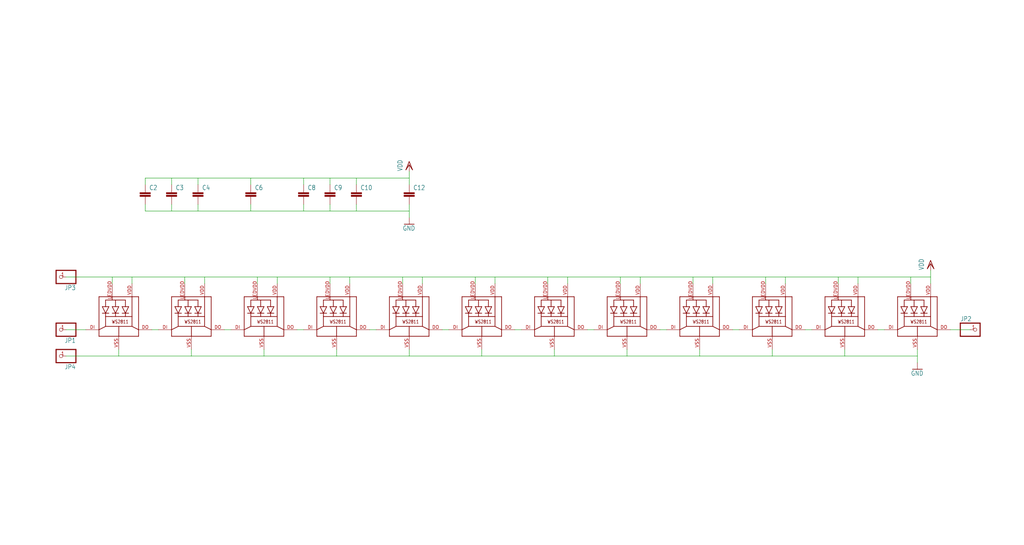
<source format=kicad_sch>
(kicad_sch (version 20230121) (generator eeschema)
  (paper "User" 394.106 210.007)
  (lib_symbols
    (symbol "working-eagle-import:C-EUC0603"
      (property "Reference" "C" (at 1.524 0.381 0))
      (symbol "C-EUC0603_1_0"
        (rectangle (start -2.032 -2.032) (end 2.032 -1.524) (fill (type outline)))
        (rectangle (start -2.032 -1.016) (end 2.032 -0.508) (fill (type outline)))
        (polyline (pts (xy 0 -2.54) (xy 0 -2.032)) (stroke (width 0.1524)))
        (polyline (pts (xy 0 0) (xy 0 -0.508)) (stroke (width 0.1524)))
        (pin passive line (at 0 2.54 270) (length 2.54) (name "1") (number "1"))
        (pin passive line (at 0 -5.08 90) (length 2.54) (name "2") (number "2"))
      )
    )
    (symbol "working-eagle-import:GND" (power)
      (property "Value" "GND" (at -2.54 -2.54 0))
      (symbol "GND_1_0"
        (polyline (pts (xy -1.905 0) (xy 1.905 0)) (stroke (width 0.254)))
        (pin power_in line (at 0 2.54 270) (length 2.54) (name "GND") (number "1"))
      )
    )
    (symbol "working-eagle-import:PINHD-1X1CB"
      (property "Reference" "JP" (at -6.35 3.175 0))
      (symbol "PINHD-1X1CB_1_0"
        (polyline (pts (xy -6.35 -2.54) (xy 1.27 -2.54)) (stroke (width 0.4064)))
        (polyline (pts (xy -6.35 2.54) (xy -6.35 -2.54)) (stroke (width 0.4064)))
        (polyline (pts (xy 1.27 -2.54) (xy 1.27 2.54)) (stroke (width 0.4064)))
        (polyline (pts (xy 1.27 2.54) (xy -6.35 2.54)) (stroke (width 0.4064)))
        (pin passive inverted (at -2.54 0 0) (length 2.54) (name "1") (number "1"))
      )
    )
    (symbol "working-eagle-import:VDD" (power)
      (property "Value" "VDD" (at -2.54 -2.54 90))
      (symbol "VDD_1_0"
        (polyline (pts (xy 0 0) (xy -1.27 -1.905)) (stroke (width 0.254)))
        (polyline (pts (xy 0 1.27) (xy -1.27 -1.905)) (stroke (width 0.254)))
        (polyline (pts (xy 1.27 -1.905) (xy 0 0)) (stroke (width 0.254)))
        (polyline (pts (xy 1.27 -1.905) (xy 0 1.27)) (stroke (width 0.254)))
        (pin power_in line (at 0 -2.54 90) (length 2.54) (name "VDD") (number "1"))
      )
    )
    (symbol "working-eagle-import:WS28115050"
      (symbol "WS28115050_1_0"
        (polyline (pts (xy -7.62 -5.08) (xy 0 -5.08)) (stroke (width 0.254)))
        (polyline (pts (xy -7.62 -2.54) (xy -7.62 -5.08)) (stroke (width 0.254)))
        (polyline (pts (xy -7.62 10.16) (xy -7.62 -2.54)) (stroke (width 0.254)))
        (polyline (pts (xy -6.35 3.81) (xy -5.08 3.81)) (stroke (width 0.254)))
        (polyline (pts (xy -6.35 6.35) (xy -5.08 6.35)) (stroke (width 0.254)))
        (polyline (pts (xy -5.08 -1.27) (xy -7.62 -2.54)) (stroke (width 0.254)))
        (polyline (pts (xy -5.08 -1.27) (xy 0 -1.27)) (stroke (width 0.254)))
        (polyline (pts (xy -5.08 2.54) (xy -5.08 -1.27)) (stroke (width 0.254)))
        (polyline (pts (xy -5.08 3.81) (xy -6.35 6.35)) (stroke (width 0.254)))
        (polyline (pts (xy -5.08 3.81) (xy -5.08 2.54)) (stroke (width 0.254)))
        (polyline (pts (xy -5.08 3.81) (xy -3.81 6.35)) (stroke (width 0.254)))
        (polyline (pts (xy -5.08 6.35) (xy -3.81 6.35)) (stroke (width 0.254)))
        (polyline (pts (xy -5.08 8.89) (xy -5.08 6.35)) (stroke (width 0.254)))
        (polyline (pts (xy -3.81 3.81) (xy -5.08 3.81)) (stroke (width 0.254)))
        (polyline (pts (xy -2.54 3.81) (xy -1.27 3.81)) (stroke (width 0.254)))
        (polyline (pts (xy -2.54 6.35) (xy 0 6.35)) (stroke (width 0.254)))
        (polyline (pts (xy -2.54 8.89) (xy -5.08 8.89)) (stroke (width 0.254)))
        (polyline (pts (xy -2.54 10.16) (xy -7.62 10.16)) (stroke (width 0.254)))
        (polyline (pts (xy -2.54 10.16) (xy -2.54 8.89)) (stroke (width 0.254)))
        (polyline (pts (xy -1.27 2.54) (xy -5.08 2.54)) (stroke (width 0.254)))
        (polyline (pts (xy -1.27 3.81) (xy -2.54 6.35)) (stroke (width 0.254)))
        (polyline (pts (xy -1.27 3.81) (xy -1.27 2.54)) (stroke (width 0.254)))
        (polyline (pts (xy -1.27 3.81) (xy 0 3.81)) (stroke (width 0.254)))
        (polyline (pts (xy -1.27 6.35) (xy -1.27 8.89)) (stroke (width 0.254)))
        (polyline (pts (xy -1.27 8.89) (xy -2.54 8.89)) (stroke (width 0.254)))
        (polyline (pts (xy 0 -5.08) (xy 7.62 -5.08)) (stroke (width 0.254)))
        (polyline (pts (xy 0 -1.27) (xy 0 -5.08)) (stroke (width 0.254)))
        (polyline (pts (xy 0 -1.27) (xy 5.08 -1.27)) (stroke (width 0.254)))
        (polyline (pts (xy 0 6.35) (xy -1.27 3.81)) (stroke (width 0.254)))
        (polyline (pts (xy 1.27 6.35) (xy 2.54 3.81)) (stroke (width 0.254)))
        (polyline (pts (xy 1.27 6.35) (xy 2.54 6.35)) (stroke (width 0.254)))
        (polyline (pts (xy 2.54 2.54) (xy -1.27 2.54)) (stroke (width 0.254)))
        (polyline (pts (xy 2.54 3.81) (xy 1.27 3.81)) (stroke (width 0.254)))
        (polyline (pts (xy 2.54 3.81) (xy 2.54 2.54)) (stroke (width 0.254)))
        (polyline (pts (xy 2.54 3.81) (xy 3.81 3.81)) (stroke (width 0.254)))
        (polyline (pts (xy 2.54 3.81) (xy 3.81 6.35)) (stroke (width 0.254)))
        (polyline (pts (xy 2.54 6.35) (xy 2.54 8.89)) (stroke (width 0.254)))
        (polyline (pts (xy 2.54 8.89) (xy -1.27 8.89)) (stroke (width 0.254)))
        (polyline (pts (xy 3.81 6.35) (xy 2.54 6.35)) (stroke (width 0.254)))
        (polyline (pts (xy 5.08 -1.27) (xy 5.08 2.54)) (stroke (width 0.254)))
        (polyline (pts (xy 5.08 -1.27) (xy 7.62 -2.54)) (stroke (width 0.254)))
        (polyline (pts (xy 5.08 2.54) (xy 2.54 2.54)) (stroke (width 0.254)))
        (polyline (pts (xy 5.08 10.16) (xy -2.54 10.16)) (stroke (width 0.254)))
        (polyline (pts (xy 5.08 10.16) (xy 5.08 2.54)) (stroke (width 0.254)))
        (polyline (pts (xy 7.62 -5.08) (xy 7.62 -2.54)) (stroke (width 0.254)))
        (polyline (pts (xy 7.62 -2.54) (xy 7.62 10.16)) (stroke (width 0.254)))
        (polyline (pts (xy 7.62 10.16) (xy 5.08 10.16)) (stroke (width 0.254)))
        (text "WS2811" (at 3.81 1.27 0) (effects (font (size 1.27 1.0795)) (justify right top)))
        (pin input line (at -12.7 -2.54 0) (length 5.08) (name "DI") (number "DI"))
        (pin output line (at 12.7 -2.54 180) (length 5.08) (name "DO") (number "DO"))
        (pin power_in line (at -2.54 15.24 270) (length 5.08) (name "LEDVDD") (number "LEDVDD"))
        (pin power_in line (at 5.08 15.24 270) (length 5.08) (name "VDD") (number "VDD"))
        (pin power_in line (at 0 -10.16 90) (length 5.08) (name "GND") (number "VSS"))
      )
    )
  )
  (wire (pts (xy 274.32 109.22) (xy 274.32 106.68)) (stroke (width 0.1524)))
  (wire (pts (xy 76.2 81.28) (xy 66.04 81.28)) (stroke (width 0.1524)))
  (wire (pts (xy 134.62 106.68) (xy 127 106.68)) (stroke (width 0.1524)))
  (wire (pts (xy 116.84 71.12) (xy 116.84 68.58)) (stroke (width 0.1524)))
  (wire (pts (xy 76.2 81.28) (xy 76.2 78.74)) (stroke (width 0.1524)))
  (wire (pts (xy 157.48 137.16) (xy 129.54 137.16)) (stroke (width 0.1524)))
  (wire (pts (xy 157.48 78.74) (xy 157.48 81.28)) (stroke (width 0.1524)))
  (wire (pts (xy 96.52 71.12) (xy 96.52 68.58)) (stroke (width 0.1524)))
  (wire (pts (xy 246.38 106.68) (xy 238.76 106.68)) (stroke (width 0.1524)))
  (wire (pts (xy 25.4 106.68) (xy 43.18 106.68)) (stroke (width 0.1524)))
  (wire (pts (xy 55.88 71.12) (xy 55.88 68.58)) (stroke (width 0.1524)))
  (wire (pts (xy 294.64 109.22) (xy 294.64 106.68)) (stroke (width 0.1524)))
  (wire (pts (xy 127 109.22) (xy 127 106.68)) (stroke (width 0.1524)))
  (wire (pts (xy 137.16 68.58) (xy 127 68.58)) (stroke (width 0.1524)))
  (wire (pts (xy 144.78 127) (xy 142.24 127)) (stroke (width 0.1524)))
  (wire (pts (xy 325.12 137.16) (xy 325.12 134.62)) (stroke (width 0.1524)))
  (wire (pts (xy 210.82 106.68) (xy 190.5 106.68)) (stroke (width 0.1524)))
  (wire (pts (xy 358.14 109.22) (xy 358.14 106.68)) (stroke (width 0.1524)))
  (wire (pts (xy 76.2 71.12) (xy 76.2 68.58)) (stroke (width 0.1524)))
  (wire (pts (xy 66.04 71.12) (xy 66.04 68.58)) (stroke (width 0.1524)))
  (wire (pts (xy 294.64 106.68) (xy 274.32 106.68)) (stroke (width 0.1524)))
  (wire (pts (xy 55.88 81.28) (xy 55.88 78.74)) (stroke (width 0.1524)))
  (wire (pts (xy 66.04 81.28) (xy 66.04 78.74)) (stroke (width 0.1524)))
  (wire (pts (xy 226.06 127) (xy 228.6 127)) (stroke (width 0.1524)))
  (wire (pts (xy 101.6 137.16) (xy 73.66 137.16)) (stroke (width 0.1524)))
  (wire (pts (xy 241.3 137.16) (xy 213.36 137.16)) (stroke (width 0.1524)))
  (wire (pts (xy 297.18 137.16) (xy 269.24 137.16)) (stroke (width 0.1524)))
  (wire (pts (xy 172.72 127) (xy 170.18 127)) (stroke (width 0.1524)))
  (wire (pts (xy 302.26 109.22) (xy 302.26 106.68)) (stroke (width 0.1524)))
  (wire (pts (xy 350.52 106.68) (xy 330.2 106.68)) (stroke (width 0.1524)))
  (wire (pts (xy 25.4 127) (xy 33.02 127)) (stroke (width 0.1524)))
  (wire (pts (xy 127 81.28) (xy 116.84 81.28)) (stroke (width 0.1524)))
  (wire (pts (xy 73.66 137.16) (xy 45.72 137.16)) (stroke (width 0.1524)))
  (wire (pts (xy 200.66 127) (xy 198.12 127)) (stroke (width 0.1524)))
  (wire (pts (xy 73.66 137.16) (xy 73.66 134.62)) (stroke (width 0.1524)))
  (wire (pts (xy 238.76 106.68) (xy 218.44 106.68)) (stroke (width 0.1524)))
  (wire (pts (xy 25.4 137.16) (xy 45.72 137.16)) (stroke (width 0.1524)))
  (wire (pts (xy 266.7 106.68) (xy 246.38 106.68)) (stroke (width 0.1524)))
  (wire (pts (xy 266.7 109.22) (xy 266.7 106.68)) (stroke (width 0.1524)))
  (wire (pts (xy 88.9 127) (xy 86.36 127)) (stroke (width 0.1524)))
  (wire (pts (xy 157.48 81.28) (xy 137.16 81.28)) (stroke (width 0.1524)))
  (wire (pts (xy 96.52 81.28) (xy 96.52 78.74)) (stroke (width 0.1524)))
  (wire (pts (xy 50.8 109.22) (xy 50.8 106.68)) (stroke (width 0.1524)))
  (wire (pts (xy 137.16 81.28) (xy 137.16 78.74)) (stroke (width 0.1524)))
  (wire (pts (xy 274.32 106.68) (xy 266.7 106.68)) (stroke (width 0.1524)))
  (wire (pts (xy 210.82 109.22) (xy 210.82 106.68)) (stroke (width 0.1524)))
  (wire (pts (xy 137.16 81.28) (xy 127 81.28)) (stroke (width 0.1524)))
  (wire (pts (xy 101.6 137.16) (xy 101.6 134.62)) (stroke (width 0.1524)))
  (wire (pts (xy 66.04 68.58) (xy 55.88 68.58)) (stroke (width 0.1524)))
  (wire (pts (xy 106.68 106.68) (xy 99.06 106.68)) (stroke (width 0.1524)))
  (wire (pts (xy 182.88 109.22) (xy 182.88 106.68)) (stroke (width 0.1524)))
  (wire (pts (xy 76.2 68.58) (xy 66.04 68.58)) (stroke (width 0.1524)))
  (wire (pts (xy 106.68 109.22) (xy 106.68 106.68)) (stroke (width 0.1524)))
  (wire (pts (xy 182.88 106.68) (xy 162.56 106.68)) (stroke (width 0.1524)))
  (wire (pts (xy 127 81.28) (xy 127 78.74)) (stroke (width 0.1524)))
  (wire (pts (xy 190.5 106.68) (xy 182.88 106.68)) (stroke (width 0.1524)))
  (wire (pts (xy 353.06 137.16) (xy 325.12 137.16)) (stroke (width 0.1524)))
  (wire (pts (xy 185.42 137.16) (xy 185.42 134.62)) (stroke (width 0.1524)))
  (wire (pts (xy 330.2 106.68) (xy 322.58 106.68)) (stroke (width 0.1524)))
  (wire (pts (xy 322.58 109.22) (xy 322.58 106.68)) (stroke (width 0.1524)))
  (wire (pts (xy 302.26 106.68) (xy 294.64 106.68)) (stroke (width 0.1524)))
  (wire (pts (xy 134.62 109.22) (xy 134.62 106.68)) (stroke (width 0.1524)))
  (wire (pts (xy 99.06 109.22) (xy 99.06 106.68)) (stroke (width 0.1524)))
  (wire (pts (xy 246.38 109.22) (xy 246.38 106.68)) (stroke (width 0.1524)))
  (wire (pts (xy 218.44 106.68) (xy 210.82 106.68)) (stroke (width 0.1524)))
  (wire (pts (xy 129.54 137.16) (xy 101.6 137.16)) (stroke (width 0.1524)))
  (wire (pts (xy 281.94 127) (xy 284.48 127)) (stroke (width 0.1524)))
  (wire (pts (xy 154.94 109.22) (xy 154.94 106.68)) (stroke (width 0.1524)))
  (wire (pts (xy 238.76 109.22) (xy 238.76 106.68)) (stroke (width 0.1524)))
  (wire (pts (xy 116.84 81.28) (xy 116.84 78.74)) (stroke (width 0.1524)))
  (wire (pts (xy 116.84 81.28) (xy 96.52 81.28)) (stroke (width 0.1524)))
  (wire (pts (xy 269.24 137.16) (xy 241.3 137.16)) (stroke (width 0.1524)))
  (wire (pts (xy 96.52 81.28) (xy 76.2 81.28)) (stroke (width 0.1524)))
  (wire (pts (xy 137.16 71.12) (xy 137.16 68.58)) (stroke (width 0.1524)))
  (wire (pts (xy 129.54 137.16) (xy 129.54 134.62)) (stroke (width 0.1524)))
  (wire (pts (xy 358.14 106.68) (xy 358.14 104.14)) (stroke (width 0.1524)))
  (wire (pts (xy 157.48 71.12) (xy 157.48 68.58)) (stroke (width 0.1524)))
  (wire (pts (xy 66.04 81.28) (xy 55.88 81.28)) (stroke (width 0.1524)))
  (wire (pts (xy 373.38 127) (xy 365.76 127)) (stroke (width 0.1524)))
  (wire (pts (xy 157.48 137.16) (xy 157.48 134.62)) (stroke (width 0.1524)))
  (wire (pts (xy 162.56 109.22) (xy 162.56 106.68)) (stroke (width 0.1524)))
  (wire (pts (xy 353.06 134.62) (xy 353.06 137.16)) (stroke (width 0.1524)))
  (wire (pts (xy 322.58 106.68) (xy 302.26 106.68)) (stroke (width 0.1524)))
  (wire (pts (xy 190.5 109.22) (xy 190.5 106.68)) (stroke (width 0.1524)))
  (wire (pts (xy 96.52 68.58) (xy 76.2 68.58)) (stroke (width 0.1524)))
  (wire (pts (xy 269.24 137.16) (xy 269.24 134.62)) (stroke (width 0.1524)))
  (wire (pts (xy 350.52 109.22) (xy 350.52 106.68)) (stroke (width 0.1524)))
  (wire (pts (xy 213.36 137.16) (xy 185.42 137.16)) (stroke (width 0.1524)))
  (wire (pts (xy 116.84 68.58) (xy 96.52 68.58)) (stroke (width 0.1524)))
  (wire (pts (xy 213.36 137.16) (xy 213.36 134.62)) (stroke (width 0.1524)))
  (wire (pts (xy 127 68.58) (xy 116.84 68.58)) (stroke (width 0.1524)))
  (wire (pts (xy 157.48 68.58) (xy 137.16 68.58)) (stroke (width 0.1524)))
  (wire (pts (xy 241.3 137.16) (xy 241.3 134.62)) (stroke (width 0.1524)))
  (wire (pts (xy 353.06 137.16) (xy 353.06 139.7)) (stroke (width 0.1524)))
  (wire (pts (xy 330.2 109.22) (xy 330.2 106.68)) (stroke (width 0.1524)))
  (wire (pts (xy 43.18 106.68) (xy 43.18 109.22)) (stroke (width 0.1524)))
  (wire (pts (xy 297.18 137.16) (xy 297.18 134.62)) (stroke (width 0.1524)))
  (wire (pts (xy 154.94 106.68) (xy 134.62 106.68)) (stroke (width 0.1524)))
  (wire (pts (xy 157.48 81.28) (xy 157.48 83.82)) (stroke (width 0.1524)))
  (wire (pts (xy 45.72 137.16) (xy 45.72 134.62)) (stroke (width 0.1524)))
  (wire (pts (xy 50.8 106.68) (xy 43.18 106.68)) (stroke (width 0.1524)))
  (wire (pts (xy 218.44 109.22) (xy 218.44 106.68)) (stroke (width 0.1524)))
  (wire (pts (xy 185.42 137.16) (xy 157.48 137.16)) (stroke (width 0.1524)))
  (wire (pts (xy 127 71.12) (xy 127 68.58)) (stroke (width 0.1524)))
  (wire (pts (xy 71.12 109.22) (xy 71.12 106.68)) (stroke (width 0.1524)))
  (wire (pts (xy 325.12 137.16) (xy 297.18 137.16)) (stroke (width 0.1524)))
  (wire (pts (xy 78.74 109.22) (xy 78.74 106.68)) (stroke (width 0.1524)))
  (wire (pts (xy 71.12 106.68) (xy 50.8 106.68)) (stroke (width 0.1524)))
  (wire (pts (xy 157.48 68.58) (xy 157.48 66.04)) (stroke (width 0.1524)))
  (wire (pts (xy 162.56 106.68) (xy 154.94 106.68)) (stroke (width 0.1524)))
  (wire (pts (xy 358.14 106.68) (xy 350.52 106.68)) (stroke (width 0.1524)))
  (wire (pts (xy 309.88 127) (xy 312.42 127)) (stroke (width 0.1524)))
  (wire (pts (xy 127 106.68) (xy 106.68 106.68)) (stroke (width 0.1524)))
  (wire (pts (xy 78.74 106.68) (xy 71.12 106.68)) (stroke (width 0.1524)))
  (wire (pts (xy 337.82 127) (xy 340.36 127)) (stroke (width 0.1524)))
  (wire (pts (xy 116.84 127) (xy 114.3 127)) (stroke (width 0.1524)))
  (wire (pts (xy 99.06 106.68) (xy 78.74 106.68)) (stroke (width 0.1524)))
  (wire (pts (xy 60.96 127) (xy 58.42 127)) (stroke (width 0.1524)))
  (wire (pts (xy 254 127) (xy 256.54 127)) (stroke (width 0.1524)))
  (symbol (lib_id "working-eagle-import:C-EUC0603") (at 96.52 73.66 0) (unit 1)
    (property "Reference" "C6" (at 98.044 73.279 0) (effects (font (size 1.778 1.5113)) (justify left bottom)))
    (property "Value" "C-EUC0603" (effects hide))
    (property "Footprint" "working:C0603" (effects hide))
  )
  (symbol (lib_id "working-eagle-import:WS28115050") (at 185.42 124.46 0) (unit 1)
    (property "Reference" "LED6" (effects hide))
    (property "Value" "WS28115050" (effects hide))
    (property "Footprint" "working:WS28115050" (effects hide))
  )
  (symbol (lib_id "working-eagle-import:WS28115050") (at 213.36 124.46 0) (unit 1)
    (property "Reference" "LED7" (effects hide))
    (property "Value" "WS28115050" (effects hide))
    (property "Footprint" "working:WS28115050" (effects hide))
  )
  (symbol (lib_id "working-eagle-import:C-EUC0603") (at 157.48 73.66 0) (unit 1)
    (property "Reference" "C12" (at 159.004 73.279 0) (effects (font (size 1.778 1.5113)) (justify left bottom)))
    (property "Value" "C-EUC0603" (effects hide))
    (property "Footprint" "working:C0603" (effects hide))
  )
  (symbol (lib_id "working-eagle-import:VDD") (at 358.14 101.6 0) (unit 1)
    (property "Reference" "#VDD1" (effects hide))
    (property "Value" "VDD" (at 355.6 104.14 90) (effects (font (size 1.778 1.5113)) (justify left bottom)))
  )
  (symbol (lib_id "working-eagle-import:WS28115050") (at 157.48 124.46 0) (unit 1)
    (property "Reference" "LED5" (effects hide))
    (property "Value" "WS28115050" (effects hide))
    (property "Footprint" "working:WS28115050" (effects hide))
  )
  (symbol (lib_id "working-eagle-import:C-EUC0603") (at 76.2 73.66 0) (unit 1)
    (property "Reference" "C4" (at 77.724 73.279 0) (effects (font (size 1.778 1.5113)) (justify left bottom)))
    (property "Value" "C-EUC0603" (effects hide))
    (property "Footprint" "working:C0603" (effects hide))
  )
  (symbol (lib_id "working-eagle-import:WS28115050") (at 325.12 124.46 0) (unit 1)
    (property "Reference" "LED11" (effects hide))
    (property "Value" "WS28115050" (effects hide))
    (property "Footprint" "working:WS28115050" (effects hide))
  )
  (symbol (lib_id "working-eagle-import:WS28115050") (at 45.72 124.46 0) (unit 1)
    (property "Reference" "LED1" (effects hide))
    (property "Value" "WS28115050" (effects hide))
    (property "Footprint" "working:WS28115050" (effects hide))
  )
  (symbol (lib_id "working-eagle-import:WS28115050") (at 73.66 124.46 0) (unit 1)
    (property "Reference" "LED2" (effects hide))
    (property "Value" "WS28115050" (effects hide))
    (property "Footprint" "working:WS28115050" (effects hide))
  )
  (symbol (lib_id "working-eagle-import:C-EUC0603") (at 55.88 73.66 0) (unit 1)
    (property "Reference" "C2" (at 57.404 73.279 0) (effects (font (size 1.778 1.5113)) (justify left bottom)))
    (property "Value" "C-EUC0603" (effects hide))
    (property "Footprint" "working:C0603" (effects hide))
  )
  (symbol (lib_id "working-eagle-import:GND") (at 353.06 142.24 0) (unit 1)
    (property "Reference" "#GND1" (effects hide))
    (property "Value" "GND" (at 350.52 144.78 0) (effects (font (size 1.778 1.5113)) (justify left bottom)))
  )
  (symbol (lib_id "working-eagle-import:WS28115050") (at 353.06 124.46 0) (unit 1)
    (property "Reference" "LED12" (effects hide))
    (property "Value" "WS28115050" (effects hide))
    (property "Footprint" "working:WS28115050" (effects hide))
  )
  (symbol (lib_id "working-eagle-import:PINHD-1X1CB") (at 22.86 127 180) (unit 1)
    (property "Reference" "JP1" (at 29.21 130.175 0) (effects (font (size 1.778 1.5113)) (justify left bottom)))
    (property "Value" "PINHD-1X1CB" (effects hide))
    (property "Footprint" "working:1X01-CLEANBIG" (effects hide))
  )
  (symbol (lib_id "working-eagle-import:WS28115050") (at 297.18 124.46 0) (unit 1)
    (property "Reference" "LED10" (effects hide))
    (property "Value" "WS28115050" (effects hide))
    (property "Footprint" "working:WS28115050" (effects hide))
  )
  (symbol (lib_id "working-eagle-import:WS28115050") (at 129.54 124.46 0) (unit 1)
    (property "Reference" "LED4" (effects hide))
    (property "Value" "WS28115050" (effects hide))
    (property "Footprint" "working:WS28115050" (effects hide))
  )
  (symbol (lib_id "working-eagle-import:C-EUC0603") (at 66.04 73.66 0) (unit 1)
    (property "Reference" "C3" (at 67.564 73.279 0) (effects (font (size 1.778 1.5113)) (justify left bottom)))
    (property "Value" "C-EUC0603" (effects hide))
    (property "Footprint" "working:C0603" (effects hide))
  )
  (symbol (lib_id "working-eagle-import:PINHD-1X1CB") (at 22.86 137.16 180) (unit 1)
    (property "Reference" "JP4" (at 29.21 140.335 0) (effects (font (size 1.778 1.5113)) (justify left bottom)))
    (property "Value" "PINHD-1X1CB" (effects hide))
    (property "Footprint" "working:1X01-CLEANBIG" (effects hide))
  )
  (symbol (lib_id "working-eagle-import:C-EUC0603") (at 116.84 73.66 0) (unit 1)
    (property "Reference" "C8" (at 118.364 73.279 0) (effects (font (size 1.778 1.5113)) (justify left bottom)))
    (property "Value" "C-EUC0603" (effects hide))
    (property "Footprint" "working:C0603" (effects hide))
  )
  (symbol (lib_id "working-eagle-import:WS28115050") (at 101.6 124.46 0) (unit 1)
    (property "Reference" "LED3" (effects hide))
    (property "Value" "WS28115050" (effects hide))
    (property "Footprint" "working:WS28115050" (effects hide))
  )
  (symbol (lib_id "working-eagle-import:PINHD-1X1CB") (at 375.92 127 0) (unit 1)
    (property "Reference" "JP2" (at 369.57 123.825 0) (effects (font (size 1.778 1.5113)) (justify left bottom)))
    (property "Value" "PINHD-1X1CB" (effects hide))
    (property "Footprint" "working:1X01-CLEANBIG" (effects hide))
  )
  (symbol (lib_id "working-eagle-import:PINHD-1X1CB") (at 22.86 106.68 180) (unit 1)
    (property "Reference" "JP3" (at 29.21 109.855 0) (effects (font (size 1.778 1.5113)) (justify left bottom)))
    (property "Value" "PINHD-1X1CB" (effects hide))
    (property "Footprint" "working:1X01-CLEANBIG" (effects hide))
  )
  (symbol (lib_id "working-eagle-import:C-EUC0603") (at 127 73.66 0) (unit 1)
    (property "Reference" "C9" (at 128.524 73.279 0) (effects (font (size 1.778 1.5113)) (justify left bottom)))
    (property "Value" "C-EUC0603" (effects hide))
    (property "Footprint" "working:C0603" (effects hide))
  )
  (symbol (lib_id "working-eagle-import:WS28115050") (at 241.3 124.46 0) (unit 1)
    (property "Reference" "LED8" (effects hide))
    (property "Value" "WS28115050" (effects hide))
    (property "Footprint" "working:WS28115050" (effects hide))
  )
  (symbol (lib_id "working-eagle-import:C-EUC0603") (at 137.16 73.66 0) (unit 1)
    (property "Reference" "C10" (at 138.684 73.279 0) (effects (font (size 1.778 1.5113)) (justify left bottom)))
    (property "Value" "C-EUC0603" (effects hide))
    (property "Footprint" "working:C0603" (effects hide))
  )
  (symbol (lib_id "working-eagle-import:VDD") (at 157.48 63.5 0) (unit 1)
    (property "Reference" "#VDD2" (effects hide))
    (property "Value" "VDD" (at 154.94 66.04 90) (effects (font (size 1.778 1.5113)) (justify left bottom)))
  )
  (symbol (lib_id "working-eagle-import:WS28115050") (at 269.24 124.46 0) (unit 1)
    (property "Reference" "LED9" (effects hide))
    (property "Value" "WS28115050" (effects hide))
    (property "Footprint" "working:WS28115050" (effects hide))
  )
  (symbol (lib_id "working-eagle-import:GND") (at 157.48 86.36 0) (unit 1)
    (property "Reference" "#GND2" (effects hide))
    (property "Value" "GND" (at 154.94 88.9 0) (effects (font (size 1.778 1.5113)) (justify left bottom)))
  )
)
</source>
